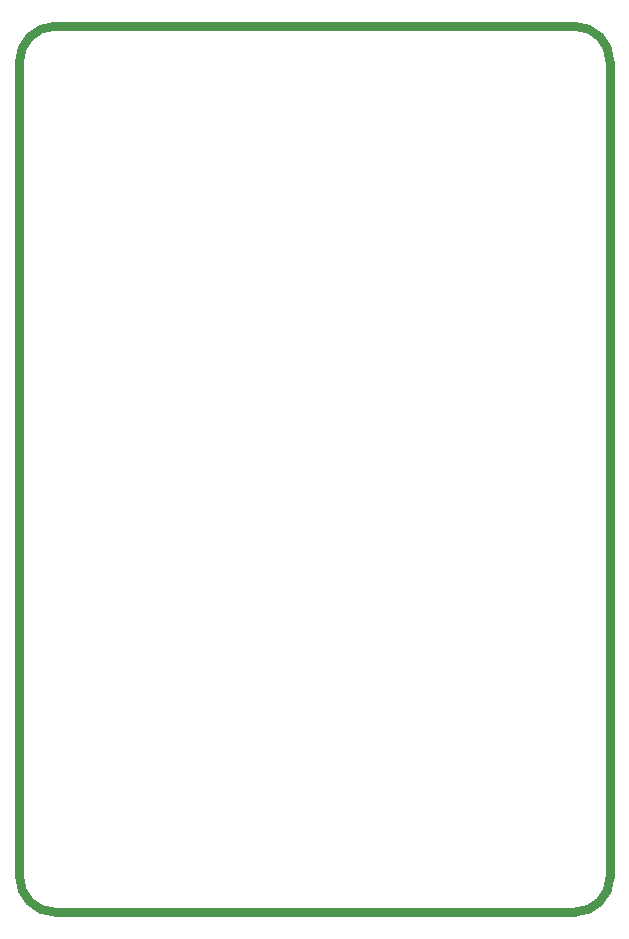
<source format=gbo>
G04 #@! TF.GenerationSoftware,KiCad,Pcbnew,8.0.8*
G04 #@! TF.CreationDate,2025-01-21T11:13:05-05:00*
G04 #@! TF.ProjectId,_HW_ESP32-IsoLink,5f48575f-4553-4503-9332-2d49736f4c69,rev?*
G04 #@! TF.SameCoordinates,Original*
G04 #@! TF.FileFunction,Legend,Bot*
G04 #@! TF.FilePolarity,Positive*
%FSLAX46Y46*%
G04 Gerber Fmt 4.6, Leading zero omitted, Abs format (unit mm)*
G04 Created by KiCad (PCBNEW 8.0.8) date 2025-01-21 11:13:05*
%MOMM*%
%LPD*%
G01*
G04 APERTURE LIST*
%ADD10C,0.762000*%
%ADD11C,0.904000*%
%ADD12R,2.000000X2.000000*%
%ADD13C,2.000000*%
%ADD14C,3.200000*%
%ADD15O,1.550000X0.890000*%
%ADD16O,0.950000X1.250000*%
%ADD17C,1.300000*%
G04 APERTURE END LIST*
D10*
X199410320Y-215956999D02*
G75*
G02*
X202410301Y-218956999I-20J-3000001D01*
G01*
X155410320Y-290957000D02*
G75*
G02*
X152410300Y-287957000I-20J3000000D01*
G01*
X199410320Y-290957000D02*
X155410320Y-290957000D01*
X152410320Y-218956999D02*
G75*
G02*
X155410320Y-215957020I2999980J-1D01*
G01*
X202410320Y-287957000D02*
G75*
G02*
X199410320Y-290957020I-3000020J0D01*
G01*
X155410320Y-215956999D02*
X199410320Y-215956999D01*
X202410320Y-218956999D02*
X202410320Y-287957000D01*
X152410320Y-287957000D02*
X152410320Y-218956999D01*
%LPC*%
D11*
X156027000Y-253699000D02*
G75*
G02*
X155123000Y-253699000I-452000J0D01*
G01*
X155123000Y-253699000D02*
G75*
G02*
X156027000Y-253699000I452000J0D01*
G01*
X156027000Y-258699000D02*
G75*
G02*
X155123000Y-258699000I-452000J0D01*
G01*
X155123000Y-258699000D02*
G75*
G02*
X156027000Y-258699000I452000J0D01*
G01*
D12*
X200764000Y-254767000D03*
D13*
X200764000Y-252227000D03*
D12*
X200764000Y-272034000D03*
D13*
X200764000Y-269494000D03*
X200764000Y-266954000D03*
D12*
X200764000Y-262133000D03*
D13*
X200764000Y-259593000D03*
D14*
X199422200Y-287966600D03*
D12*
X200764000Y-231780000D03*
D13*
X200764000Y-229240000D03*
D15*
X153894000Y-275900000D03*
D16*
X156594000Y-276900000D03*
X156594000Y-281900000D03*
D15*
X153894000Y-282900000D03*
D14*
X155422200Y-287966600D03*
X199422200Y-218966600D03*
X155422200Y-218966600D03*
D12*
X200764000Y-239781000D03*
D13*
X200764000Y-237241000D03*
D17*
X155575000Y-253699000D03*
X155575000Y-258699000D03*
D12*
X200764000Y-247401000D03*
D13*
X200764000Y-244861000D03*
%LPD*%
M02*

</source>
